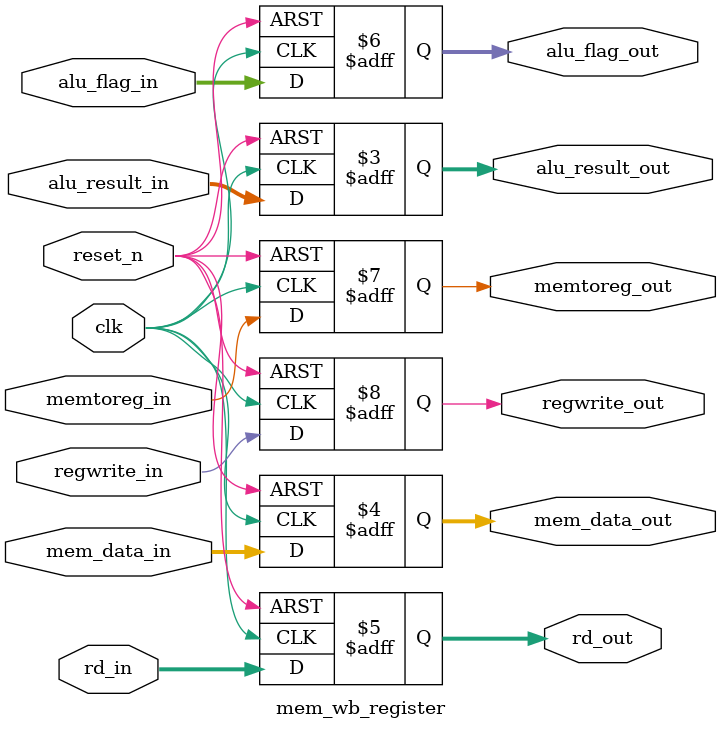
<source format=v>
`timescale 1ns/1ps

module mem_wb_register(
    input clk,
    input reset_n,
    input [7:0] alu_result_in,
    input [7:0] mem_data_in,
    input [2:0] rd_in,
    input [3:0] alu_flag_in,
    input memtoreg_in,
    input regwrite_in,
    output reg [7:0] alu_result_out,
    output reg [7:0] mem_data_out,
    output reg [2:0] rd_out,
    output reg [3:0] alu_flag_out,
    output reg memtoreg_out,
    output reg regwrite_out
);
    always @(posedge clk or negedge reset_n) begin
        if (!reset_n) begin
            alu_result_out <= 8'd0; mem_data_out <= 8'd0; rd_out <= 3'd0; alu_flag_out <= 4'd0;
            memtoreg_out <= 1'b0; regwrite_out <= 1'b0;
        end else begin
            alu_result_out <= alu_result_in; mem_data_out <= mem_data_in; rd_out <= rd_in;
            alu_flag_out <= alu_flag_in; memtoreg_out <= memtoreg_in; regwrite_out <= regwrite_in;
        end
    end
endmodule

</source>
